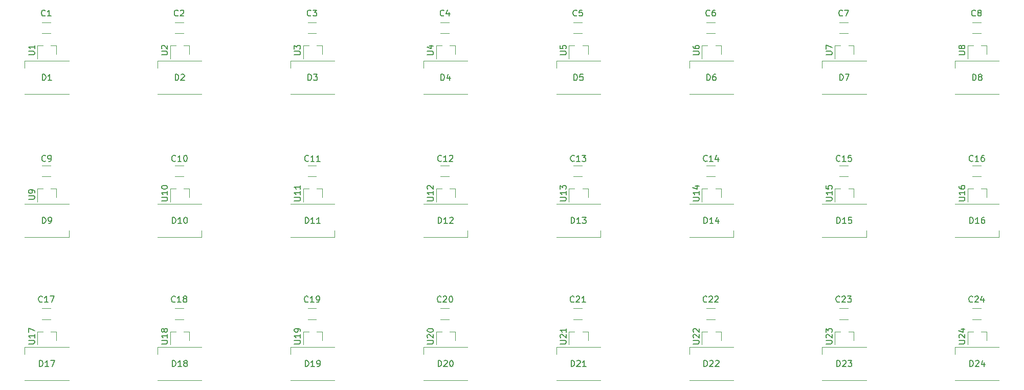
<source format=gbr>
%TF.GenerationSoftware,KiCad,Pcbnew,(6.0.7-1)-1*%
%TF.CreationDate,2022-12-02T15:50:45+01:00*%
%TF.ProjectId,3x8,3378382e-6b69-4636-9164-5f7063625858,rev?*%
%TF.SameCoordinates,Original*%
%TF.FileFunction,Legend,Top*%
%TF.FilePolarity,Positive*%
%FSLAX46Y46*%
G04 Gerber Fmt 4.6, Leading zero omitted, Abs format (unit mm)*
G04 Created by KiCad (PCBNEW (6.0.7-1)-1) date 2022-12-02 15:50:45*
%MOMM*%
%LPD*%
G01*
G04 APERTURE LIST*
%ADD10C,0.150000*%
%ADD11C,0.120000*%
G04 APERTURE END LIST*
D10*
%TO.C,D1*%
X27238105Y-46348781D02*
X27238105Y-45348781D01*
X27476201Y-45348781D01*
X27619058Y-45396401D01*
X27714296Y-45491639D01*
X27761915Y-45586877D01*
X27809534Y-45777353D01*
X27809534Y-45920210D01*
X27761915Y-46110686D01*
X27714296Y-46205924D01*
X27619058Y-46301162D01*
X27476201Y-46348781D01*
X27238105Y-46348781D01*
X28761915Y-46348781D02*
X28190486Y-46348781D01*
X28476201Y-46348781D02*
X28476201Y-45348781D01*
X28380962Y-45491639D01*
X28285724Y-45586877D01*
X28190486Y-45634496D01*
%TO.C,D2*%
X49238105Y-46348781D02*
X49238105Y-45348781D01*
X49476201Y-45348781D01*
X49619058Y-45396401D01*
X49714296Y-45491639D01*
X49761915Y-45586877D01*
X49809534Y-45777353D01*
X49809534Y-45920210D01*
X49761915Y-46110686D01*
X49714296Y-46205924D01*
X49619058Y-46301162D01*
X49476201Y-46348781D01*
X49238105Y-46348781D01*
X50190486Y-45444020D02*
X50238105Y-45396401D01*
X50333343Y-45348781D01*
X50571439Y-45348781D01*
X50666677Y-45396401D01*
X50714296Y-45444020D01*
X50761915Y-45539258D01*
X50761915Y-45634496D01*
X50714296Y-45777353D01*
X50142867Y-46348781D01*
X50761915Y-46348781D01*
%TO.C,D3*%
X71238105Y-46348781D02*
X71238105Y-45348781D01*
X71476201Y-45348781D01*
X71619058Y-45396401D01*
X71714296Y-45491639D01*
X71761915Y-45586877D01*
X71809534Y-45777353D01*
X71809534Y-45920210D01*
X71761915Y-46110686D01*
X71714296Y-46205924D01*
X71619058Y-46301162D01*
X71476201Y-46348781D01*
X71238105Y-46348781D01*
X72142867Y-45348781D02*
X72761915Y-45348781D01*
X72428581Y-45729734D01*
X72571439Y-45729734D01*
X72666677Y-45777353D01*
X72714296Y-45824972D01*
X72761915Y-45920210D01*
X72761915Y-46158305D01*
X72714296Y-46253543D01*
X72666677Y-46301162D01*
X72571439Y-46348781D01*
X72285724Y-46348781D01*
X72190486Y-46301162D01*
X72142867Y-46253543D01*
%TO.C,D4*%
X93238105Y-46348781D02*
X93238105Y-45348781D01*
X93476201Y-45348781D01*
X93619058Y-45396401D01*
X93714296Y-45491639D01*
X93761915Y-45586877D01*
X93809534Y-45777353D01*
X93809534Y-45920210D01*
X93761915Y-46110686D01*
X93714296Y-46205924D01*
X93619058Y-46301162D01*
X93476201Y-46348781D01*
X93238105Y-46348781D01*
X94666677Y-45682115D02*
X94666677Y-46348781D01*
X94428581Y-45301162D02*
X94190486Y-46015448D01*
X94809534Y-46015448D01*
%TO.C,D5*%
X115238105Y-46348781D02*
X115238105Y-45348781D01*
X115476201Y-45348781D01*
X115619058Y-45396401D01*
X115714296Y-45491639D01*
X115761915Y-45586877D01*
X115809534Y-45777353D01*
X115809534Y-45920210D01*
X115761915Y-46110686D01*
X115714296Y-46205924D01*
X115619058Y-46301162D01*
X115476201Y-46348781D01*
X115238105Y-46348781D01*
X116714296Y-45348781D02*
X116238105Y-45348781D01*
X116190486Y-45824972D01*
X116238105Y-45777353D01*
X116333343Y-45729734D01*
X116571439Y-45729734D01*
X116666677Y-45777353D01*
X116714296Y-45824972D01*
X116761915Y-45920210D01*
X116761915Y-46158305D01*
X116714296Y-46253543D01*
X116666677Y-46301162D01*
X116571439Y-46348781D01*
X116333343Y-46348781D01*
X116238105Y-46301162D01*
X116190486Y-46253543D01*
%TO.C,D6*%
X137238105Y-46348781D02*
X137238105Y-45348781D01*
X137476201Y-45348781D01*
X137619058Y-45396401D01*
X137714296Y-45491639D01*
X137761915Y-45586877D01*
X137809534Y-45777353D01*
X137809534Y-45920210D01*
X137761915Y-46110686D01*
X137714296Y-46205924D01*
X137619058Y-46301162D01*
X137476201Y-46348781D01*
X137238105Y-46348781D01*
X138666677Y-45348781D02*
X138476201Y-45348781D01*
X138380962Y-45396401D01*
X138333343Y-45444020D01*
X138238105Y-45586877D01*
X138190486Y-45777353D01*
X138190486Y-46158305D01*
X138238105Y-46253543D01*
X138285724Y-46301162D01*
X138380962Y-46348781D01*
X138571439Y-46348781D01*
X138666677Y-46301162D01*
X138714296Y-46253543D01*
X138761915Y-46158305D01*
X138761915Y-45920210D01*
X138714296Y-45824972D01*
X138666677Y-45777353D01*
X138571439Y-45729734D01*
X138380962Y-45729734D01*
X138285724Y-45777353D01*
X138238105Y-45824972D01*
X138190486Y-45920210D01*
%TO.C,D7*%
X159238105Y-46348781D02*
X159238105Y-45348781D01*
X159476201Y-45348781D01*
X159619058Y-45396401D01*
X159714296Y-45491639D01*
X159761915Y-45586877D01*
X159809534Y-45777353D01*
X159809534Y-45920210D01*
X159761915Y-46110686D01*
X159714296Y-46205924D01*
X159619058Y-46301162D01*
X159476201Y-46348781D01*
X159238105Y-46348781D01*
X160142867Y-45348781D02*
X160809534Y-45348781D01*
X160380962Y-46348781D01*
%TO.C,D8*%
X181238105Y-46348781D02*
X181238105Y-45348781D01*
X181476201Y-45348781D01*
X181619058Y-45396401D01*
X181714296Y-45491639D01*
X181761915Y-45586877D01*
X181809534Y-45777353D01*
X181809534Y-45920210D01*
X181761915Y-46110686D01*
X181714296Y-46205924D01*
X181619058Y-46301162D01*
X181476201Y-46348781D01*
X181238105Y-46348781D01*
X182380962Y-45777353D02*
X182285724Y-45729734D01*
X182238105Y-45682115D01*
X182190486Y-45586877D01*
X182190486Y-45539258D01*
X182238105Y-45444020D01*
X182285724Y-45396401D01*
X182380962Y-45348781D01*
X182571439Y-45348781D01*
X182666677Y-45396401D01*
X182714296Y-45444020D01*
X182761915Y-45539258D01*
X182761915Y-45586877D01*
X182714296Y-45682115D01*
X182666677Y-45729734D01*
X182571439Y-45777353D01*
X182380962Y-45777353D01*
X182285724Y-45824972D01*
X182238105Y-45872591D01*
X182190486Y-45967829D01*
X182190486Y-46158305D01*
X182238105Y-46253543D01*
X182285724Y-46301162D01*
X182380962Y-46348781D01*
X182571439Y-46348781D01*
X182666677Y-46301162D01*
X182714296Y-46253543D01*
X182761915Y-46158305D01*
X182761915Y-45967829D01*
X182714296Y-45872591D01*
X182666677Y-45824972D01*
X182571439Y-45777353D01*
%TO.C,D9*%
X27238105Y-70048781D02*
X27238105Y-69048781D01*
X27476201Y-69048781D01*
X27619058Y-69096401D01*
X27714296Y-69191639D01*
X27761915Y-69286877D01*
X27809534Y-69477353D01*
X27809534Y-69620210D01*
X27761915Y-69810686D01*
X27714296Y-69905924D01*
X27619058Y-70001162D01*
X27476201Y-70048781D01*
X27238105Y-70048781D01*
X28285724Y-70048781D02*
X28476201Y-70048781D01*
X28571439Y-70001162D01*
X28619058Y-69953543D01*
X28714296Y-69810686D01*
X28761915Y-69620210D01*
X28761915Y-69239258D01*
X28714296Y-69144020D01*
X28666677Y-69096401D01*
X28571439Y-69048781D01*
X28380962Y-69048781D01*
X28285724Y-69096401D01*
X28238105Y-69144020D01*
X28190486Y-69239258D01*
X28190486Y-69477353D01*
X28238105Y-69572591D01*
X28285724Y-69620210D01*
X28380962Y-69667829D01*
X28571439Y-69667829D01*
X28666677Y-69620210D01*
X28714296Y-69572591D01*
X28761915Y-69477353D01*
%TO.C,D10*%
X48761915Y-70048781D02*
X48761915Y-69048781D01*
X49000010Y-69048781D01*
X49142867Y-69096401D01*
X49238105Y-69191639D01*
X49285724Y-69286877D01*
X49333343Y-69477353D01*
X49333343Y-69620210D01*
X49285724Y-69810686D01*
X49238105Y-69905924D01*
X49142867Y-70001162D01*
X49000010Y-70048781D01*
X48761915Y-70048781D01*
X50285724Y-70048781D02*
X49714296Y-70048781D01*
X50000010Y-70048781D02*
X50000010Y-69048781D01*
X49904772Y-69191639D01*
X49809534Y-69286877D01*
X49714296Y-69334496D01*
X50904772Y-69048781D02*
X51000010Y-69048781D01*
X51095248Y-69096401D01*
X51142867Y-69144020D01*
X51190486Y-69239258D01*
X51238105Y-69429734D01*
X51238105Y-69667829D01*
X51190486Y-69858305D01*
X51142867Y-69953543D01*
X51095248Y-70001162D01*
X51000010Y-70048781D01*
X50904772Y-70048781D01*
X50809534Y-70001162D01*
X50761915Y-69953543D01*
X50714296Y-69858305D01*
X50666677Y-69667829D01*
X50666677Y-69429734D01*
X50714296Y-69239258D01*
X50761915Y-69144020D01*
X50809534Y-69096401D01*
X50904772Y-69048781D01*
%TO.C,D11*%
X70761915Y-70048781D02*
X70761915Y-69048781D01*
X71000010Y-69048781D01*
X71142867Y-69096401D01*
X71238105Y-69191639D01*
X71285724Y-69286877D01*
X71333343Y-69477353D01*
X71333343Y-69620210D01*
X71285724Y-69810686D01*
X71238105Y-69905924D01*
X71142867Y-70001162D01*
X71000010Y-70048781D01*
X70761915Y-70048781D01*
X72285724Y-70048781D02*
X71714296Y-70048781D01*
X72000010Y-70048781D02*
X72000010Y-69048781D01*
X71904772Y-69191639D01*
X71809534Y-69286877D01*
X71714296Y-69334496D01*
X73238105Y-70048781D02*
X72666677Y-70048781D01*
X72952391Y-70048781D02*
X72952391Y-69048781D01*
X72857153Y-69191639D01*
X72761915Y-69286877D01*
X72666677Y-69334496D01*
%TO.C,D12*%
X92761915Y-70048781D02*
X92761915Y-69048781D01*
X93000010Y-69048781D01*
X93142867Y-69096401D01*
X93238105Y-69191639D01*
X93285724Y-69286877D01*
X93333343Y-69477353D01*
X93333343Y-69620210D01*
X93285724Y-69810686D01*
X93238105Y-69905924D01*
X93142867Y-70001162D01*
X93000010Y-70048781D01*
X92761915Y-70048781D01*
X94285724Y-70048781D02*
X93714296Y-70048781D01*
X94000010Y-70048781D02*
X94000010Y-69048781D01*
X93904772Y-69191639D01*
X93809534Y-69286877D01*
X93714296Y-69334496D01*
X94666677Y-69144020D02*
X94714296Y-69096401D01*
X94809534Y-69048781D01*
X95047629Y-69048781D01*
X95142867Y-69096401D01*
X95190486Y-69144020D01*
X95238105Y-69239258D01*
X95238105Y-69334496D01*
X95190486Y-69477353D01*
X94619058Y-70048781D01*
X95238105Y-70048781D01*
%TO.C,D13*%
X114761915Y-70048781D02*
X114761915Y-69048781D01*
X115000010Y-69048781D01*
X115142867Y-69096401D01*
X115238105Y-69191639D01*
X115285724Y-69286877D01*
X115333343Y-69477353D01*
X115333343Y-69620210D01*
X115285724Y-69810686D01*
X115238105Y-69905924D01*
X115142867Y-70001162D01*
X115000010Y-70048781D01*
X114761915Y-70048781D01*
X116285724Y-70048781D02*
X115714296Y-70048781D01*
X116000010Y-70048781D02*
X116000010Y-69048781D01*
X115904772Y-69191639D01*
X115809534Y-69286877D01*
X115714296Y-69334496D01*
X116619058Y-69048781D02*
X117238105Y-69048781D01*
X116904772Y-69429734D01*
X117047629Y-69429734D01*
X117142867Y-69477353D01*
X117190486Y-69524972D01*
X117238105Y-69620210D01*
X117238105Y-69858305D01*
X117190486Y-69953543D01*
X117142867Y-70001162D01*
X117047629Y-70048781D01*
X116761915Y-70048781D01*
X116666677Y-70001162D01*
X116619058Y-69953543D01*
%TO.C,D14*%
X136761915Y-70048781D02*
X136761915Y-69048781D01*
X137000010Y-69048781D01*
X137142867Y-69096401D01*
X137238105Y-69191639D01*
X137285724Y-69286877D01*
X137333343Y-69477353D01*
X137333343Y-69620210D01*
X137285724Y-69810686D01*
X137238105Y-69905924D01*
X137142867Y-70001162D01*
X137000010Y-70048781D01*
X136761915Y-70048781D01*
X138285724Y-70048781D02*
X137714296Y-70048781D01*
X138000010Y-70048781D02*
X138000010Y-69048781D01*
X137904772Y-69191639D01*
X137809534Y-69286877D01*
X137714296Y-69334496D01*
X139142867Y-69382115D02*
X139142867Y-70048781D01*
X138904772Y-69001162D02*
X138666677Y-69715448D01*
X139285724Y-69715448D01*
%TO.C,D15*%
X158761915Y-70048781D02*
X158761915Y-69048781D01*
X159000010Y-69048781D01*
X159142867Y-69096401D01*
X159238105Y-69191639D01*
X159285724Y-69286877D01*
X159333343Y-69477353D01*
X159333343Y-69620210D01*
X159285724Y-69810686D01*
X159238105Y-69905924D01*
X159142867Y-70001162D01*
X159000010Y-70048781D01*
X158761915Y-70048781D01*
X160285724Y-70048781D02*
X159714296Y-70048781D01*
X160000010Y-70048781D02*
X160000010Y-69048781D01*
X159904772Y-69191639D01*
X159809534Y-69286877D01*
X159714296Y-69334496D01*
X161190486Y-69048781D02*
X160714296Y-69048781D01*
X160666677Y-69524972D01*
X160714296Y-69477353D01*
X160809534Y-69429734D01*
X161047629Y-69429734D01*
X161142867Y-69477353D01*
X161190486Y-69524972D01*
X161238105Y-69620210D01*
X161238105Y-69858305D01*
X161190486Y-69953543D01*
X161142867Y-70001162D01*
X161047629Y-70048781D01*
X160809534Y-70048781D01*
X160714296Y-70001162D01*
X160666677Y-69953543D01*
%TO.C,D16*%
X180761915Y-70048781D02*
X180761915Y-69048781D01*
X181000010Y-69048781D01*
X181142867Y-69096401D01*
X181238105Y-69191639D01*
X181285724Y-69286877D01*
X181333343Y-69477353D01*
X181333343Y-69620210D01*
X181285724Y-69810686D01*
X181238105Y-69905924D01*
X181142867Y-70001162D01*
X181000010Y-70048781D01*
X180761915Y-70048781D01*
X182285724Y-70048781D02*
X181714296Y-70048781D01*
X182000010Y-70048781D02*
X182000010Y-69048781D01*
X181904772Y-69191639D01*
X181809534Y-69286877D01*
X181714296Y-69334496D01*
X183142867Y-69048781D02*
X182952391Y-69048781D01*
X182857153Y-69096401D01*
X182809534Y-69144020D01*
X182714296Y-69286877D01*
X182666677Y-69477353D01*
X182666677Y-69858305D01*
X182714296Y-69953543D01*
X182761915Y-70001162D01*
X182857153Y-70048781D01*
X183047629Y-70048781D01*
X183142867Y-70001162D01*
X183190486Y-69953543D01*
X183238105Y-69858305D01*
X183238105Y-69620210D01*
X183190486Y-69524972D01*
X183142867Y-69477353D01*
X183047629Y-69429734D01*
X182857153Y-69429734D01*
X182761915Y-69477353D01*
X182714296Y-69524972D01*
X182666677Y-69620210D01*
%TO.C,D17*%
X26761915Y-93748781D02*
X26761915Y-92748781D01*
X27000010Y-92748781D01*
X27142867Y-92796401D01*
X27238105Y-92891639D01*
X27285724Y-92986877D01*
X27333343Y-93177353D01*
X27333343Y-93320210D01*
X27285724Y-93510686D01*
X27238105Y-93605924D01*
X27142867Y-93701162D01*
X27000010Y-93748781D01*
X26761915Y-93748781D01*
X28285724Y-93748781D02*
X27714296Y-93748781D01*
X28000010Y-93748781D02*
X28000010Y-92748781D01*
X27904772Y-92891639D01*
X27809534Y-92986877D01*
X27714296Y-93034496D01*
X28619058Y-92748781D02*
X29285724Y-92748781D01*
X28857153Y-93748781D01*
%TO.C,D18*%
X48761915Y-93748781D02*
X48761915Y-92748781D01*
X49000010Y-92748781D01*
X49142867Y-92796401D01*
X49238105Y-92891639D01*
X49285724Y-92986877D01*
X49333343Y-93177353D01*
X49333343Y-93320210D01*
X49285724Y-93510686D01*
X49238105Y-93605924D01*
X49142867Y-93701162D01*
X49000010Y-93748781D01*
X48761915Y-93748781D01*
X50285724Y-93748781D02*
X49714296Y-93748781D01*
X50000010Y-93748781D02*
X50000010Y-92748781D01*
X49904772Y-92891639D01*
X49809534Y-92986877D01*
X49714296Y-93034496D01*
X50857153Y-93177353D02*
X50761915Y-93129734D01*
X50714296Y-93082115D01*
X50666677Y-92986877D01*
X50666677Y-92939258D01*
X50714296Y-92844020D01*
X50761915Y-92796401D01*
X50857153Y-92748781D01*
X51047629Y-92748781D01*
X51142867Y-92796401D01*
X51190486Y-92844020D01*
X51238105Y-92939258D01*
X51238105Y-92986877D01*
X51190486Y-93082115D01*
X51142867Y-93129734D01*
X51047629Y-93177353D01*
X50857153Y-93177353D01*
X50761915Y-93224972D01*
X50714296Y-93272591D01*
X50666677Y-93367829D01*
X50666677Y-93558305D01*
X50714296Y-93653543D01*
X50761915Y-93701162D01*
X50857153Y-93748781D01*
X51047629Y-93748781D01*
X51142867Y-93701162D01*
X51190486Y-93653543D01*
X51238105Y-93558305D01*
X51238105Y-93367829D01*
X51190486Y-93272591D01*
X51142867Y-93224972D01*
X51047629Y-93177353D01*
%TO.C,D19*%
X70761915Y-93748781D02*
X70761915Y-92748781D01*
X71000010Y-92748781D01*
X71142867Y-92796401D01*
X71238105Y-92891639D01*
X71285724Y-92986877D01*
X71333343Y-93177353D01*
X71333343Y-93320210D01*
X71285724Y-93510686D01*
X71238105Y-93605924D01*
X71142867Y-93701162D01*
X71000010Y-93748781D01*
X70761915Y-93748781D01*
X72285724Y-93748781D02*
X71714296Y-93748781D01*
X72000010Y-93748781D02*
X72000010Y-92748781D01*
X71904772Y-92891639D01*
X71809534Y-92986877D01*
X71714296Y-93034496D01*
X72761915Y-93748781D02*
X72952391Y-93748781D01*
X73047629Y-93701162D01*
X73095248Y-93653543D01*
X73190486Y-93510686D01*
X73238105Y-93320210D01*
X73238105Y-92939258D01*
X73190486Y-92844020D01*
X73142867Y-92796401D01*
X73047629Y-92748781D01*
X72857153Y-92748781D01*
X72761915Y-92796401D01*
X72714296Y-92844020D01*
X72666677Y-92939258D01*
X72666677Y-93177353D01*
X72714296Y-93272591D01*
X72761915Y-93320210D01*
X72857153Y-93367829D01*
X73047629Y-93367829D01*
X73142867Y-93320210D01*
X73190486Y-93272591D01*
X73238105Y-93177353D01*
%TO.C,D20*%
X92761915Y-93748781D02*
X92761915Y-92748781D01*
X93000010Y-92748781D01*
X93142867Y-92796401D01*
X93238105Y-92891639D01*
X93285724Y-92986877D01*
X93333343Y-93177353D01*
X93333343Y-93320210D01*
X93285724Y-93510686D01*
X93238105Y-93605924D01*
X93142867Y-93701162D01*
X93000010Y-93748781D01*
X92761915Y-93748781D01*
X93714296Y-92844020D02*
X93761915Y-92796401D01*
X93857153Y-92748781D01*
X94095248Y-92748781D01*
X94190486Y-92796401D01*
X94238105Y-92844020D01*
X94285724Y-92939258D01*
X94285724Y-93034496D01*
X94238105Y-93177353D01*
X93666677Y-93748781D01*
X94285724Y-93748781D01*
X94904772Y-92748781D02*
X95000010Y-92748781D01*
X95095248Y-92796401D01*
X95142867Y-92844020D01*
X95190486Y-92939258D01*
X95238105Y-93129734D01*
X95238105Y-93367829D01*
X95190486Y-93558305D01*
X95142867Y-93653543D01*
X95095248Y-93701162D01*
X95000010Y-93748781D01*
X94904772Y-93748781D01*
X94809534Y-93701162D01*
X94761915Y-93653543D01*
X94714296Y-93558305D01*
X94666677Y-93367829D01*
X94666677Y-93129734D01*
X94714296Y-92939258D01*
X94761915Y-92844020D01*
X94809534Y-92796401D01*
X94904772Y-92748781D01*
%TO.C,D21*%
X114761915Y-93748781D02*
X114761915Y-92748781D01*
X115000010Y-92748781D01*
X115142867Y-92796401D01*
X115238105Y-92891639D01*
X115285724Y-92986877D01*
X115333343Y-93177353D01*
X115333343Y-93320210D01*
X115285724Y-93510686D01*
X115238105Y-93605924D01*
X115142867Y-93701162D01*
X115000010Y-93748781D01*
X114761915Y-93748781D01*
X115714296Y-92844020D02*
X115761915Y-92796401D01*
X115857153Y-92748781D01*
X116095248Y-92748781D01*
X116190486Y-92796401D01*
X116238105Y-92844020D01*
X116285724Y-92939258D01*
X116285724Y-93034496D01*
X116238105Y-93177353D01*
X115666677Y-93748781D01*
X116285724Y-93748781D01*
X117238105Y-93748781D02*
X116666677Y-93748781D01*
X116952391Y-93748781D02*
X116952391Y-92748781D01*
X116857153Y-92891639D01*
X116761915Y-92986877D01*
X116666677Y-93034496D01*
%TO.C,D22*%
X136761915Y-93748781D02*
X136761915Y-92748781D01*
X137000010Y-92748781D01*
X137142867Y-92796401D01*
X137238105Y-92891639D01*
X137285724Y-92986877D01*
X137333343Y-93177353D01*
X137333343Y-93320210D01*
X137285724Y-93510686D01*
X137238105Y-93605924D01*
X137142867Y-93701162D01*
X137000010Y-93748781D01*
X136761915Y-93748781D01*
X137714296Y-92844020D02*
X137761915Y-92796401D01*
X137857153Y-92748781D01*
X138095248Y-92748781D01*
X138190486Y-92796401D01*
X138238105Y-92844020D01*
X138285724Y-92939258D01*
X138285724Y-93034496D01*
X138238105Y-93177353D01*
X137666677Y-93748781D01*
X138285724Y-93748781D01*
X138666677Y-92844020D02*
X138714296Y-92796401D01*
X138809534Y-92748781D01*
X139047629Y-92748781D01*
X139142867Y-92796401D01*
X139190486Y-92844020D01*
X139238105Y-92939258D01*
X139238105Y-93034496D01*
X139190486Y-93177353D01*
X138619058Y-93748781D01*
X139238105Y-93748781D01*
%TO.C,D23*%
X158761915Y-93748781D02*
X158761915Y-92748781D01*
X159000010Y-92748781D01*
X159142867Y-92796401D01*
X159238105Y-92891639D01*
X159285724Y-92986877D01*
X159333343Y-93177353D01*
X159333343Y-93320210D01*
X159285724Y-93510686D01*
X159238105Y-93605924D01*
X159142867Y-93701162D01*
X159000010Y-93748781D01*
X158761915Y-93748781D01*
X159714296Y-92844020D02*
X159761915Y-92796401D01*
X159857153Y-92748781D01*
X160095248Y-92748781D01*
X160190486Y-92796401D01*
X160238105Y-92844020D01*
X160285724Y-92939258D01*
X160285724Y-93034496D01*
X160238105Y-93177353D01*
X159666677Y-93748781D01*
X160285724Y-93748781D01*
X160619058Y-92748781D02*
X161238105Y-92748781D01*
X160904772Y-93129734D01*
X161047629Y-93129734D01*
X161142867Y-93177353D01*
X161190486Y-93224972D01*
X161238105Y-93320210D01*
X161238105Y-93558305D01*
X161190486Y-93653543D01*
X161142867Y-93701162D01*
X161047629Y-93748781D01*
X160761915Y-93748781D01*
X160666677Y-93701162D01*
X160619058Y-93653543D01*
%TO.C,D24*%
X180761915Y-93748781D02*
X180761915Y-92748781D01*
X181000010Y-92748781D01*
X181142867Y-92796401D01*
X181238105Y-92891639D01*
X181285724Y-92986877D01*
X181333343Y-93177353D01*
X181333343Y-93320210D01*
X181285724Y-93510686D01*
X181238105Y-93605924D01*
X181142867Y-93701162D01*
X181000010Y-93748781D01*
X180761915Y-93748781D01*
X181714296Y-92844020D02*
X181761915Y-92796401D01*
X181857153Y-92748781D01*
X182095248Y-92748781D01*
X182190486Y-92796401D01*
X182238105Y-92844020D01*
X182285724Y-92939258D01*
X182285724Y-93034496D01*
X182238105Y-93177353D01*
X181666677Y-93748781D01*
X182285724Y-93748781D01*
X183142867Y-93082115D02*
X183142867Y-93748781D01*
X182904772Y-92701162D02*
X182666677Y-93415448D01*
X183285724Y-93415448D01*
%TO.C,U1*%
X24952380Y-42111904D02*
X25761904Y-42111904D01*
X25857142Y-42064285D01*
X25904761Y-42016666D01*
X25952380Y-41921428D01*
X25952380Y-41730952D01*
X25904761Y-41635714D01*
X25857142Y-41588095D01*
X25761904Y-41540476D01*
X24952380Y-41540476D01*
X25952380Y-40540476D02*
X25952380Y-41111904D01*
X25952380Y-40826190D02*
X24952380Y-40826190D01*
X25095238Y-40921428D01*
X25190476Y-41016666D01*
X25238095Y-41111904D01*
%TO.C,U2*%
X46952380Y-42111904D02*
X47761904Y-42111904D01*
X47857142Y-42064285D01*
X47904761Y-42016666D01*
X47952380Y-41921428D01*
X47952380Y-41730952D01*
X47904761Y-41635714D01*
X47857142Y-41588095D01*
X47761904Y-41540476D01*
X46952380Y-41540476D01*
X47047619Y-41111904D02*
X47000000Y-41064285D01*
X46952380Y-40969047D01*
X46952380Y-40730952D01*
X47000000Y-40635714D01*
X47047619Y-40588095D01*
X47142857Y-40540476D01*
X47238095Y-40540476D01*
X47380952Y-40588095D01*
X47952380Y-41159523D01*
X47952380Y-40540476D01*
%TO.C,U3*%
X68952380Y-42111904D02*
X69761904Y-42111904D01*
X69857142Y-42064285D01*
X69904761Y-42016666D01*
X69952380Y-41921428D01*
X69952380Y-41730952D01*
X69904761Y-41635714D01*
X69857142Y-41588095D01*
X69761904Y-41540476D01*
X68952380Y-41540476D01*
X68952380Y-41159523D02*
X68952380Y-40540476D01*
X69333333Y-40873809D01*
X69333333Y-40730952D01*
X69380952Y-40635714D01*
X69428571Y-40588095D01*
X69523809Y-40540476D01*
X69761904Y-40540476D01*
X69857142Y-40588095D01*
X69904761Y-40635714D01*
X69952380Y-40730952D01*
X69952380Y-41016666D01*
X69904761Y-41111904D01*
X69857142Y-41159523D01*
%TO.C,U4*%
X90952380Y-42111904D02*
X91761904Y-42111904D01*
X91857142Y-42064285D01*
X91904761Y-42016666D01*
X91952380Y-41921428D01*
X91952380Y-41730952D01*
X91904761Y-41635714D01*
X91857142Y-41588095D01*
X91761904Y-41540476D01*
X90952380Y-41540476D01*
X91285714Y-40635714D02*
X91952380Y-40635714D01*
X90904761Y-40873809D02*
X91619047Y-41111904D01*
X91619047Y-40492857D01*
%TO.C,U5*%
X112952380Y-42111904D02*
X113761904Y-42111904D01*
X113857142Y-42064285D01*
X113904761Y-42016666D01*
X113952380Y-41921428D01*
X113952380Y-41730952D01*
X113904761Y-41635714D01*
X113857142Y-41588095D01*
X113761904Y-41540476D01*
X112952380Y-41540476D01*
X112952380Y-40588095D02*
X112952380Y-41064285D01*
X113428571Y-41111904D01*
X113380952Y-41064285D01*
X113333333Y-40969047D01*
X113333333Y-40730952D01*
X113380952Y-40635714D01*
X113428571Y-40588095D01*
X113523809Y-40540476D01*
X113761904Y-40540476D01*
X113857142Y-40588095D01*
X113904761Y-40635714D01*
X113952380Y-40730952D01*
X113952380Y-40969047D01*
X113904761Y-41064285D01*
X113857142Y-41111904D01*
%TO.C,U6*%
X134952380Y-42111904D02*
X135761904Y-42111904D01*
X135857142Y-42064285D01*
X135904761Y-42016666D01*
X135952380Y-41921428D01*
X135952380Y-41730952D01*
X135904761Y-41635714D01*
X135857142Y-41588095D01*
X135761904Y-41540476D01*
X134952380Y-41540476D01*
X134952380Y-40635714D02*
X134952380Y-40826190D01*
X135000000Y-40921428D01*
X135047619Y-40969047D01*
X135190476Y-41064285D01*
X135380952Y-41111904D01*
X135761904Y-41111904D01*
X135857142Y-41064285D01*
X135904761Y-41016666D01*
X135952380Y-40921428D01*
X135952380Y-40730952D01*
X135904761Y-40635714D01*
X135857142Y-40588095D01*
X135761904Y-40540476D01*
X135523809Y-40540476D01*
X135428571Y-40588095D01*
X135380952Y-40635714D01*
X135333333Y-40730952D01*
X135333333Y-40921428D01*
X135380952Y-41016666D01*
X135428571Y-41064285D01*
X135523809Y-41111904D01*
%TO.C,U7*%
X156952380Y-42111904D02*
X157761904Y-42111904D01*
X157857142Y-42064285D01*
X157904761Y-42016666D01*
X157952380Y-41921428D01*
X157952380Y-41730952D01*
X157904761Y-41635714D01*
X157857142Y-41588095D01*
X157761904Y-41540476D01*
X156952380Y-41540476D01*
X156952380Y-41159523D02*
X156952380Y-40492857D01*
X157952380Y-40921428D01*
%TO.C,U8*%
X178952380Y-42111904D02*
X179761904Y-42111904D01*
X179857142Y-42064285D01*
X179904761Y-42016666D01*
X179952380Y-41921428D01*
X179952380Y-41730952D01*
X179904761Y-41635714D01*
X179857142Y-41588095D01*
X179761904Y-41540476D01*
X178952380Y-41540476D01*
X179380952Y-40921428D02*
X179333333Y-41016666D01*
X179285714Y-41064285D01*
X179190476Y-41111904D01*
X179142857Y-41111904D01*
X179047619Y-41064285D01*
X179000000Y-41016666D01*
X178952380Y-40921428D01*
X178952380Y-40730952D01*
X179000000Y-40635714D01*
X179047619Y-40588095D01*
X179142857Y-40540476D01*
X179190476Y-40540476D01*
X179285714Y-40588095D01*
X179333333Y-40635714D01*
X179380952Y-40730952D01*
X179380952Y-40921428D01*
X179428571Y-41016666D01*
X179476190Y-41064285D01*
X179571428Y-41111904D01*
X179761904Y-41111904D01*
X179857142Y-41064285D01*
X179904761Y-41016666D01*
X179952380Y-40921428D01*
X179952380Y-40730952D01*
X179904761Y-40635714D01*
X179857142Y-40588095D01*
X179761904Y-40540476D01*
X179571428Y-40540476D01*
X179476190Y-40588095D01*
X179428571Y-40635714D01*
X179380952Y-40730952D01*
%TO.C,U9*%
X24962380Y-66031904D02*
X25771904Y-66031904D01*
X25867142Y-65984285D01*
X25914761Y-65936666D01*
X25962380Y-65841428D01*
X25962380Y-65650952D01*
X25914761Y-65555714D01*
X25867142Y-65508095D01*
X25771904Y-65460476D01*
X24962380Y-65460476D01*
X25962380Y-64936666D02*
X25962380Y-64746190D01*
X25914761Y-64650952D01*
X25867142Y-64603333D01*
X25724285Y-64508095D01*
X25533809Y-64460476D01*
X25152857Y-64460476D01*
X25057619Y-64508095D01*
X25010000Y-64555714D01*
X24962380Y-64650952D01*
X24962380Y-64841428D01*
X25010000Y-64936666D01*
X25057619Y-64984285D01*
X25152857Y-65031904D01*
X25390952Y-65031904D01*
X25486190Y-64984285D01*
X25533809Y-64936666D01*
X25581428Y-64841428D01*
X25581428Y-64650952D01*
X25533809Y-64555714D01*
X25486190Y-64508095D01*
X25390952Y-64460476D01*
%TO.C,U10*%
X46952380Y-66288095D02*
X47761904Y-66288095D01*
X47857142Y-66240476D01*
X47904761Y-66192857D01*
X47952380Y-66097619D01*
X47952380Y-65907142D01*
X47904761Y-65811904D01*
X47857142Y-65764285D01*
X47761904Y-65716666D01*
X46952380Y-65716666D01*
X47952380Y-64716666D02*
X47952380Y-65288095D01*
X47952380Y-65002380D02*
X46952380Y-65002380D01*
X47095238Y-65097619D01*
X47190476Y-65192857D01*
X47238095Y-65288095D01*
X46952380Y-64097619D02*
X46952380Y-64002380D01*
X47000000Y-63907142D01*
X47047619Y-63859523D01*
X47142857Y-63811904D01*
X47333333Y-63764285D01*
X47571428Y-63764285D01*
X47761904Y-63811904D01*
X47857142Y-63859523D01*
X47904761Y-63907142D01*
X47952380Y-64002380D01*
X47952380Y-64097619D01*
X47904761Y-64192857D01*
X47857142Y-64240476D01*
X47761904Y-64288095D01*
X47571428Y-64335714D01*
X47333333Y-64335714D01*
X47142857Y-64288095D01*
X47047619Y-64240476D01*
X47000000Y-64192857D01*
X46952380Y-64097619D01*
%TO.C,U11*%
X68952380Y-66288095D02*
X69761904Y-66288095D01*
X69857142Y-66240476D01*
X69904761Y-66192857D01*
X69952380Y-66097619D01*
X69952380Y-65907142D01*
X69904761Y-65811904D01*
X69857142Y-65764285D01*
X69761904Y-65716666D01*
X68952380Y-65716666D01*
X69952380Y-64716666D02*
X69952380Y-65288095D01*
X69952380Y-65002380D02*
X68952380Y-65002380D01*
X69095238Y-65097619D01*
X69190476Y-65192857D01*
X69238095Y-65288095D01*
X69952380Y-63764285D02*
X69952380Y-64335714D01*
X69952380Y-64050000D02*
X68952380Y-64050000D01*
X69095238Y-64145238D01*
X69190476Y-64240476D01*
X69238095Y-64335714D01*
%TO.C,U12*%
X90952380Y-66288095D02*
X91761904Y-66288095D01*
X91857142Y-66240476D01*
X91904761Y-66192857D01*
X91952380Y-66097619D01*
X91952380Y-65907142D01*
X91904761Y-65811904D01*
X91857142Y-65764285D01*
X91761904Y-65716666D01*
X90952380Y-65716666D01*
X91952380Y-64716666D02*
X91952380Y-65288095D01*
X91952380Y-65002380D02*
X90952380Y-65002380D01*
X91095238Y-65097619D01*
X91190476Y-65192857D01*
X91238095Y-65288095D01*
X91047619Y-64335714D02*
X91000000Y-64288095D01*
X90952380Y-64192857D01*
X90952380Y-63954761D01*
X91000000Y-63859523D01*
X91047619Y-63811904D01*
X91142857Y-63764285D01*
X91238095Y-63764285D01*
X91380952Y-63811904D01*
X91952380Y-64383333D01*
X91952380Y-63764285D01*
%TO.C,U13*%
X112952380Y-66288095D02*
X113761904Y-66288095D01*
X113857142Y-66240476D01*
X113904761Y-66192857D01*
X113952380Y-66097619D01*
X113952380Y-65907142D01*
X113904761Y-65811904D01*
X113857142Y-65764285D01*
X113761904Y-65716666D01*
X112952380Y-65716666D01*
X113952380Y-64716666D02*
X113952380Y-65288095D01*
X113952380Y-65002380D02*
X112952380Y-65002380D01*
X113095238Y-65097619D01*
X113190476Y-65192857D01*
X113238095Y-65288095D01*
X112952380Y-64383333D02*
X112952380Y-63764285D01*
X113333333Y-64097619D01*
X113333333Y-63954761D01*
X113380952Y-63859523D01*
X113428571Y-63811904D01*
X113523809Y-63764285D01*
X113761904Y-63764285D01*
X113857142Y-63811904D01*
X113904761Y-63859523D01*
X113952380Y-63954761D01*
X113952380Y-64240476D01*
X113904761Y-64335714D01*
X113857142Y-64383333D01*
%TO.C,U14*%
X134952380Y-66288095D02*
X135761904Y-66288095D01*
X135857142Y-66240476D01*
X135904761Y-66192857D01*
X135952380Y-66097619D01*
X135952380Y-65907142D01*
X135904761Y-65811904D01*
X135857142Y-65764285D01*
X135761904Y-65716666D01*
X134952380Y-65716666D01*
X135952380Y-64716666D02*
X135952380Y-65288095D01*
X135952380Y-65002380D02*
X134952380Y-65002380D01*
X135095238Y-65097619D01*
X135190476Y-65192857D01*
X135238095Y-65288095D01*
X135285714Y-63859523D02*
X135952380Y-63859523D01*
X134904761Y-64097619D02*
X135619047Y-64335714D01*
X135619047Y-63716666D01*
%TO.C,U15*%
X156952380Y-66288095D02*
X157761904Y-66288095D01*
X157857142Y-66240476D01*
X157904761Y-66192857D01*
X157952380Y-66097619D01*
X157952380Y-65907142D01*
X157904761Y-65811904D01*
X157857142Y-65764285D01*
X157761904Y-65716666D01*
X156952380Y-65716666D01*
X157952380Y-64716666D02*
X157952380Y-65288095D01*
X157952380Y-65002380D02*
X156952380Y-65002380D01*
X157095238Y-65097619D01*
X157190476Y-65192857D01*
X157238095Y-65288095D01*
X156952380Y-63811904D02*
X156952380Y-64288095D01*
X157428571Y-64335714D01*
X157380952Y-64288095D01*
X157333333Y-64192857D01*
X157333333Y-63954761D01*
X157380952Y-63859523D01*
X157428571Y-63811904D01*
X157523809Y-63764285D01*
X157761904Y-63764285D01*
X157857142Y-63811904D01*
X157904761Y-63859523D01*
X157952380Y-63954761D01*
X157952380Y-64192857D01*
X157904761Y-64288095D01*
X157857142Y-64335714D01*
%TO.C,U16*%
X178952380Y-66288095D02*
X179761904Y-66288095D01*
X179857142Y-66240476D01*
X179904761Y-66192857D01*
X179952380Y-66097619D01*
X179952380Y-65907142D01*
X179904761Y-65811904D01*
X179857142Y-65764285D01*
X179761904Y-65716666D01*
X178952380Y-65716666D01*
X179952380Y-64716666D02*
X179952380Y-65288095D01*
X179952380Y-65002380D02*
X178952380Y-65002380D01*
X179095238Y-65097619D01*
X179190476Y-65192857D01*
X179238095Y-65288095D01*
X178952380Y-63859523D02*
X178952380Y-64050000D01*
X179000000Y-64145238D01*
X179047619Y-64192857D01*
X179190476Y-64288095D01*
X179380952Y-64335714D01*
X179761904Y-64335714D01*
X179857142Y-64288095D01*
X179904761Y-64240476D01*
X179952380Y-64145238D01*
X179952380Y-63954761D01*
X179904761Y-63859523D01*
X179857142Y-63811904D01*
X179761904Y-63764285D01*
X179523809Y-63764285D01*
X179428571Y-63811904D01*
X179380952Y-63859523D01*
X179333333Y-63954761D01*
X179333333Y-64145238D01*
X179380952Y-64240476D01*
X179428571Y-64288095D01*
X179523809Y-64335714D01*
%TO.C,U17*%
X24952380Y-89988095D02*
X25761904Y-89988095D01*
X25857142Y-89940476D01*
X25904761Y-89892857D01*
X25952380Y-89797619D01*
X25952380Y-89607142D01*
X25904761Y-89511904D01*
X25857142Y-89464285D01*
X25761904Y-89416666D01*
X24952380Y-89416666D01*
X25952380Y-88416666D02*
X25952380Y-88988095D01*
X25952380Y-88702380D02*
X24952380Y-88702380D01*
X25095238Y-88797619D01*
X25190476Y-88892857D01*
X25238095Y-88988095D01*
X24952380Y-88083333D02*
X24952380Y-87416666D01*
X25952380Y-87845238D01*
%TO.C,U18*%
X46952380Y-89988095D02*
X47761904Y-89988095D01*
X47857142Y-89940476D01*
X47904761Y-89892857D01*
X47952380Y-89797619D01*
X47952380Y-89607142D01*
X47904761Y-89511904D01*
X47857142Y-89464285D01*
X47761904Y-89416666D01*
X46952380Y-89416666D01*
X47952380Y-88416666D02*
X47952380Y-88988095D01*
X47952380Y-88702380D02*
X46952380Y-88702380D01*
X47095238Y-88797619D01*
X47190476Y-88892857D01*
X47238095Y-88988095D01*
X47380952Y-87845238D02*
X47333333Y-87940476D01*
X47285714Y-87988095D01*
X47190476Y-88035714D01*
X47142857Y-88035714D01*
X47047619Y-87988095D01*
X47000000Y-87940476D01*
X46952380Y-87845238D01*
X46952380Y-87654761D01*
X47000000Y-87559523D01*
X47047619Y-87511904D01*
X47142857Y-87464285D01*
X47190476Y-87464285D01*
X47285714Y-87511904D01*
X47333333Y-87559523D01*
X47380952Y-87654761D01*
X47380952Y-87845238D01*
X47428571Y-87940476D01*
X47476190Y-87988095D01*
X47571428Y-88035714D01*
X47761904Y-88035714D01*
X47857142Y-87988095D01*
X47904761Y-87940476D01*
X47952380Y-87845238D01*
X47952380Y-87654761D01*
X47904761Y-87559523D01*
X47857142Y-87511904D01*
X47761904Y-87464285D01*
X47571428Y-87464285D01*
X47476190Y-87511904D01*
X47428571Y-87559523D01*
X47380952Y-87654761D01*
%TO.C,U19*%
X68952380Y-89988095D02*
X69761904Y-89988095D01*
X69857142Y-89940476D01*
X69904761Y-89892857D01*
X69952380Y-89797619D01*
X69952380Y-89607142D01*
X69904761Y-89511904D01*
X69857142Y-89464285D01*
X69761904Y-89416666D01*
X68952380Y-89416666D01*
X69952380Y-88416666D02*
X69952380Y-88988095D01*
X69952380Y-88702380D02*
X68952380Y-88702380D01*
X69095238Y-88797619D01*
X69190476Y-88892857D01*
X69238095Y-88988095D01*
X69952380Y-87940476D02*
X69952380Y-87750000D01*
X69904761Y-87654761D01*
X69857142Y-87607142D01*
X69714285Y-87511904D01*
X69523809Y-87464285D01*
X69142857Y-87464285D01*
X69047619Y-87511904D01*
X69000000Y-87559523D01*
X68952380Y-87654761D01*
X68952380Y-87845238D01*
X69000000Y-87940476D01*
X69047619Y-87988095D01*
X69142857Y-88035714D01*
X69380952Y-88035714D01*
X69476190Y-87988095D01*
X69523809Y-87940476D01*
X69571428Y-87845238D01*
X69571428Y-87654761D01*
X69523809Y-87559523D01*
X69476190Y-87511904D01*
X69380952Y-87464285D01*
%TO.C,U20*%
X90952380Y-89988095D02*
X91761904Y-89988095D01*
X91857142Y-89940476D01*
X91904761Y-89892857D01*
X91952380Y-89797619D01*
X91952380Y-89607142D01*
X91904761Y-89511904D01*
X91857142Y-89464285D01*
X91761904Y-89416666D01*
X90952380Y-89416666D01*
X91047619Y-88988095D02*
X91000000Y-88940476D01*
X90952380Y-88845238D01*
X90952380Y-88607142D01*
X91000000Y-88511904D01*
X91047619Y-88464285D01*
X91142857Y-88416666D01*
X91238095Y-88416666D01*
X91380952Y-88464285D01*
X91952380Y-89035714D01*
X91952380Y-88416666D01*
X90952380Y-87797619D02*
X90952380Y-87702380D01*
X91000000Y-87607142D01*
X91047619Y-87559523D01*
X91142857Y-87511904D01*
X91333333Y-87464285D01*
X91571428Y-87464285D01*
X91761904Y-87511904D01*
X91857142Y-87559523D01*
X91904761Y-87607142D01*
X91952380Y-87702380D01*
X91952380Y-87797619D01*
X91904761Y-87892857D01*
X91857142Y-87940476D01*
X91761904Y-87988095D01*
X91571428Y-88035714D01*
X91333333Y-88035714D01*
X91142857Y-87988095D01*
X91047619Y-87940476D01*
X91000000Y-87892857D01*
X90952380Y-87797619D01*
%TO.C,U21*%
X112952380Y-89988095D02*
X113761904Y-89988095D01*
X113857142Y-89940476D01*
X113904761Y-89892857D01*
X113952380Y-89797619D01*
X113952380Y-89607142D01*
X113904761Y-89511904D01*
X113857142Y-89464285D01*
X113761904Y-89416666D01*
X112952380Y-89416666D01*
X113047619Y-88988095D02*
X113000000Y-88940476D01*
X112952380Y-88845238D01*
X112952380Y-88607142D01*
X113000000Y-88511904D01*
X113047619Y-88464285D01*
X113142857Y-88416666D01*
X113238095Y-88416666D01*
X113380952Y-88464285D01*
X113952380Y-89035714D01*
X113952380Y-88416666D01*
X113952380Y-87464285D02*
X113952380Y-88035714D01*
X113952380Y-87750000D02*
X112952380Y-87750000D01*
X113095238Y-87845238D01*
X113190476Y-87940476D01*
X113238095Y-88035714D01*
%TO.C,U22*%
X134952380Y-89988095D02*
X135761904Y-89988095D01*
X135857142Y-89940476D01*
X135904761Y-89892857D01*
X135952380Y-89797619D01*
X135952380Y-89607142D01*
X135904761Y-89511904D01*
X135857142Y-89464285D01*
X135761904Y-89416666D01*
X134952380Y-89416666D01*
X135047619Y-88988095D02*
X135000000Y-88940476D01*
X134952380Y-88845238D01*
X134952380Y-88607142D01*
X135000000Y-88511904D01*
X135047619Y-88464285D01*
X135142857Y-88416666D01*
X135238095Y-88416666D01*
X135380952Y-88464285D01*
X135952380Y-89035714D01*
X135952380Y-88416666D01*
X135047619Y-88035714D02*
X135000000Y-87988095D01*
X134952380Y-87892857D01*
X134952380Y-87654761D01*
X135000000Y-87559523D01*
X135047619Y-87511904D01*
X135142857Y-87464285D01*
X135238095Y-87464285D01*
X135380952Y-87511904D01*
X135952380Y-88083333D01*
X135952380Y-87464285D01*
%TO.C,U23*%
X156952380Y-89988095D02*
X157761904Y-89988095D01*
X157857142Y-89940476D01*
X157904761Y-89892857D01*
X157952380Y-89797619D01*
X157952380Y-89607142D01*
X157904761Y-89511904D01*
X157857142Y-89464285D01*
X157761904Y-89416666D01*
X156952380Y-89416666D01*
X157047619Y-88988095D02*
X157000000Y-88940476D01*
X156952380Y-88845238D01*
X156952380Y-88607142D01*
X157000000Y-88511904D01*
X157047619Y-88464285D01*
X157142857Y-88416666D01*
X157238095Y-88416666D01*
X157380952Y-88464285D01*
X157952380Y-89035714D01*
X157952380Y-88416666D01*
X156952380Y-88083333D02*
X156952380Y-87464285D01*
X157333333Y-87797619D01*
X157333333Y-87654761D01*
X157380952Y-87559523D01*
X157428571Y-87511904D01*
X157523809Y-87464285D01*
X157761904Y-87464285D01*
X157857142Y-87511904D01*
X157904761Y-87559523D01*
X157952380Y-87654761D01*
X157952380Y-87940476D01*
X157904761Y-88035714D01*
X157857142Y-88083333D01*
%TO.C,U24*%
X178952380Y-89988095D02*
X179761904Y-89988095D01*
X179857142Y-89940476D01*
X179904761Y-89892857D01*
X179952380Y-89797619D01*
X179952380Y-89607142D01*
X179904761Y-89511904D01*
X179857142Y-89464285D01*
X179761904Y-89416666D01*
X178952380Y-89416666D01*
X179047619Y-88988095D02*
X179000000Y-88940476D01*
X178952380Y-88845238D01*
X178952380Y-88607142D01*
X179000000Y-88511904D01*
X179047619Y-88464285D01*
X179142857Y-88416666D01*
X179238095Y-88416666D01*
X179380952Y-88464285D01*
X179952380Y-89035714D01*
X179952380Y-88416666D01*
X179285714Y-87559523D02*
X179952380Y-87559523D01*
X178904761Y-87797619D02*
X179619047Y-88035714D01*
X179619047Y-87416666D01*
%TO.C,C1*%
X27710133Y-35607142D02*
X27662514Y-35654761D01*
X27519657Y-35702380D01*
X27424419Y-35702380D01*
X27281561Y-35654761D01*
X27186323Y-35559523D01*
X27138704Y-35464285D01*
X27091085Y-35273809D01*
X27091085Y-35130952D01*
X27138704Y-34940476D01*
X27186323Y-34845238D01*
X27281561Y-34750000D01*
X27424419Y-34702380D01*
X27519657Y-34702380D01*
X27662514Y-34750000D01*
X27710133Y-34797619D01*
X28662514Y-35702380D02*
X28091085Y-35702380D01*
X28376800Y-35702380D02*
X28376800Y-34702380D01*
X28281561Y-34845238D01*
X28186323Y-34940476D01*
X28091085Y-34988095D01*
%TO.C,C5*%
X115710133Y-35607142D02*
X115662514Y-35654761D01*
X115519657Y-35702380D01*
X115424419Y-35702380D01*
X115281561Y-35654761D01*
X115186323Y-35559523D01*
X115138704Y-35464285D01*
X115091085Y-35273809D01*
X115091085Y-35130952D01*
X115138704Y-34940476D01*
X115186323Y-34845238D01*
X115281561Y-34750000D01*
X115424419Y-34702380D01*
X115519657Y-34702380D01*
X115662514Y-34750000D01*
X115710133Y-34797619D01*
X116614895Y-34702380D02*
X116138704Y-34702380D01*
X116091085Y-35178571D01*
X116138704Y-35130952D01*
X116233942Y-35083333D01*
X116472038Y-35083333D01*
X116567276Y-35130952D01*
X116614895Y-35178571D01*
X116662514Y-35273809D01*
X116662514Y-35511904D01*
X116614895Y-35607142D01*
X116567276Y-35654761D01*
X116472038Y-35702380D01*
X116233942Y-35702380D01*
X116138704Y-35654761D01*
X116091085Y-35607142D01*
%TO.C,C6*%
X137710133Y-35607142D02*
X137662514Y-35654761D01*
X137519657Y-35702380D01*
X137424419Y-35702380D01*
X137281561Y-35654761D01*
X137186323Y-35559523D01*
X137138704Y-35464285D01*
X137091085Y-35273809D01*
X137091085Y-35130952D01*
X137138704Y-34940476D01*
X137186323Y-34845238D01*
X137281561Y-34750000D01*
X137424419Y-34702380D01*
X137519657Y-34702380D01*
X137662514Y-34750000D01*
X137710133Y-34797619D01*
X138567276Y-34702380D02*
X138376800Y-34702380D01*
X138281561Y-34750000D01*
X138233942Y-34797619D01*
X138138704Y-34940476D01*
X138091085Y-35130952D01*
X138091085Y-35511904D01*
X138138704Y-35607142D01*
X138186323Y-35654761D01*
X138281561Y-35702380D01*
X138472038Y-35702380D01*
X138567276Y-35654761D01*
X138614895Y-35607142D01*
X138662514Y-35511904D01*
X138662514Y-35273809D01*
X138614895Y-35178571D01*
X138567276Y-35130952D01*
X138472038Y-35083333D01*
X138281561Y-35083333D01*
X138186323Y-35130952D01*
X138138704Y-35178571D01*
X138091085Y-35273809D01*
%TO.C,C22*%
X137233942Y-83007142D02*
X137186323Y-83054761D01*
X137043466Y-83102380D01*
X136948228Y-83102380D01*
X136805371Y-83054761D01*
X136710133Y-82959523D01*
X136662514Y-82864285D01*
X136614895Y-82673809D01*
X136614895Y-82530952D01*
X136662514Y-82340476D01*
X136710133Y-82245238D01*
X136805371Y-82150000D01*
X136948228Y-82102380D01*
X137043466Y-82102380D01*
X137186323Y-82150000D01*
X137233942Y-82197619D01*
X137614895Y-82197619D02*
X137662514Y-82150000D01*
X137757752Y-82102380D01*
X137995847Y-82102380D01*
X138091085Y-82150000D01*
X138138704Y-82197619D01*
X138186323Y-82292857D01*
X138186323Y-82388095D01*
X138138704Y-82530952D01*
X137567276Y-83102380D01*
X138186323Y-83102380D01*
X138567276Y-82197619D02*
X138614895Y-82150000D01*
X138710133Y-82102380D01*
X138948228Y-82102380D01*
X139043466Y-82150000D01*
X139091085Y-82197619D01*
X139138704Y-82292857D01*
X139138704Y-82388095D01*
X139091085Y-82530952D01*
X138519657Y-83102380D01*
X139138704Y-83102380D01*
%TO.C,C19*%
X71233942Y-83007142D02*
X71186323Y-83054761D01*
X71043466Y-83102380D01*
X70948228Y-83102380D01*
X70805371Y-83054761D01*
X70710133Y-82959523D01*
X70662514Y-82864285D01*
X70614895Y-82673809D01*
X70614895Y-82530952D01*
X70662514Y-82340476D01*
X70710133Y-82245238D01*
X70805371Y-82150000D01*
X70948228Y-82102380D01*
X71043466Y-82102380D01*
X71186323Y-82150000D01*
X71233942Y-82197619D01*
X72186323Y-83102380D02*
X71614895Y-83102380D01*
X71900609Y-83102380D02*
X71900609Y-82102380D01*
X71805371Y-82245238D01*
X71710133Y-82340476D01*
X71614895Y-82388095D01*
X72662514Y-83102380D02*
X72852990Y-83102380D01*
X72948228Y-83054761D01*
X72995847Y-83007142D01*
X73091085Y-82864285D01*
X73138704Y-82673809D01*
X73138704Y-82292857D01*
X73091085Y-82197619D01*
X73043466Y-82150000D01*
X72948228Y-82102380D01*
X72757752Y-82102380D01*
X72662514Y-82150000D01*
X72614895Y-82197619D01*
X72567276Y-82292857D01*
X72567276Y-82530952D01*
X72614895Y-82626190D01*
X72662514Y-82673809D01*
X72757752Y-82721428D01*
X72948228Y-82721428D01*
X73043466Y-82673809D01*
X73091085Y-82626190D01*
X73138704Y-82530952D01*
%TO.C,C20*%
X93233942Y-83007142D02*
X93186323Y-83054761D01*
X93043466Y-83102380D01*
X92948228Y-83102380D01*
X92805371Y-83054761D01*
X92710133Y-82959523D01*
X92662514Y-82864285D01*
X92614895Y-82673809D01*
X92614895Y-82530952D01*
X92662514Y-82340476D01*
X92710133Y-82245238D01*
X92805371Y-82150000D01*
X92948228Y-82102380D01*
X93043466Y-82102380D01*
X93186323Y-82150000D01*
X93233942Y-82197619D01*
X93614895Y-82197619D02*
X93662514Y-82150000D01*
X93757752Y-82102380D01*
X93995847Y-82102380D01*
X94091085Y-82150000D01*
X94138704Y-82197619D01*
X94186323Y-82292857D01*
X94186323Y-82388095D01*
X94138704Y-82530952D01*
X93567276Y-83102380D01*
X94186323Y-83102380D01*
X94805371Y-82102380D02*
X94900609Y-82102380D01*
X94995847Y-82150000D01*
X95043466Y-82197619D01*
X95091085Y-82292857D01*
X95138704Y-82483333D01*
X95138704Y-82721428D01*
X95091085Y-82911904D01*
X95043466Y-83007142D01*
X94995847Y-83054761D01*
X94900609Y-83102380D01*
X94805371Y-83102380D01*
X94710133Y-83054761D01*
X94662514Y-83007142D01*
X94614895Y-82911904D01*
X94567276Y-82721428D01*
X94567276Y-82483333D01*
X94614895Y-82292857D01*
X94662514Y-82197619D01*
X94710133Y-82150000D01*
X94805371Y-82102380D01*
%TO.C,C18*%
X49233942Y-83007142D02*
X49186323Y-83054761D01*
X49043466Y-83102380D01*
X48948228Y-83102380D01*
X48805371Y-83054761D01*
X48710133Y-82959523D01*
X48662514Y-82864285D01*
X48614895Y-82673809D01*
X48614895Y-82530952D01*
X48662514Y-82340476D01*
X48710133Y-82245238D01*
X48805371Y-82150000D01*
X48948228Y-82102380D01*
X49043466Y-82102380D01*
X49186323Y-82150000D01*
X49233942Y-82197619D01*
X50186323Y-83102380D02*
X49614895Y-83102380D01*
X49900609Y-83102380D02*
X49900609Y-82102380D01*
X49805371Y-82245238D01*
X49710133Y-82340476D01*
X49614895Y-82388095D01*
X50757752Y-82530952D02*
X50662514Y-82483333D01*
X50614895Y-82435714D01*
X50567276Y-82340476D01*
X50567276Y-82292857D01*
X50614895Y-82197619D01*
X50662514Y-82150000D01*
X50757752Y-82102380D01*
X50948228Y-82102380D01*
X51043466Y-82150000D01*
X51091085Y-82197619D01*
X51138704Y-82292857D01*
X51138704Y-82340476D01*
X51091085Y-82435714D01*
X51043466Y-82483333D01*
X50948228Y-82530952D01*
X50757752Y-82530952D01*
X50662514Y-82578571D01*
X50614895Y-82626190D01*
X50567276Y-82721428D01*
X50567276Y-82911904D01*
X50614895Y-83007142D01*
X50662514Y-83054761D01*
X50757752Y-83102380D01*
X50948228Y-83102380D01*
X51043466Y-83054761D01*
X51091085Y-83007142D01*
X51138704Y-82911904D01*
X51138704Y-82721428D01*
X51091085Y-82626190D01*
X51043466Y-82578571D01*
X50948228Y-82530952D01*
%TO.C,C24*%
X181233942Y-83007142D02*
X181186323Y-83054761D01*
X181043466Y-83102380D01*
X180948228Y-83102380D01*
X180805371Y-83054761D01*
X180710133Y-82959523D01*
X180662514Y-82864285D01*
X180614895Y-82673809D01*
X180614895Y-82530952D01*
X180662514Y-82340476D01*
X180710133Y-82245238D01*
X180805371Y-82150000D01*
X180948228Y-82102380D01*
X181043466Y-82102380D01*
X181186323Y-82150000D01*
X181233942Y-82197619D01*
X181614895Y-82197619D02*
X181662514Y-82150000D01*
X181757752Y-82102380D01*
X181995847Y-82102380D01*
X182091085Y-82150000D01*
X182138704Y-82197619D01*
X182186323Y-82292857D01*
X182186323Y-82388095D01*
X182138704Y-82530952D01*
X181567276Y-83102380D01*
X182186323Y-83102380D01*
X183043466Y-82435714D02*
X183043466Y-83102380D01*
X182805371Y-82054761D02*
X182567276Y-82769047D01*
X183186323Y-82769047D01*
%TO.C,C17*%
X27233942Y-83007142D02*
X27186323Y-83054761D01*
X27043466Y-83102380D01*
X26948228Y-83102380D01*
X26805371Y-83054761D01*
X26710133Y-82959523D01*
X26662514Y-82864285D01*
X26614895Y-82673809D01*
X26614895Y-82530952D01*
X26662514Y-82340476D01*
X26710133Y-82245238D01*
X26805371Y-82150000D01*
X26948228Y-82102380D01*
X27043466Y-82102380D01*
X27186323Y-82150000D01*
X27233942Y-82197619D01*
X28186323Y-83102380D02*
X27614895Y-83102380D01*
X27900609Y-83102380D02*
X27900609Y-82102380D01*
X27805371Y-82245238D01*
X27710133Y-82340476D01*
X27614895Y-82388095D01*
X28519657Y-82102380D02*
X29186323Y-82102380D01*
X28757752Y-83102380D01*
%TO.C,C7*%
X159710133Y-35607142D02*
X159662514Y-35654761D01*
X159519657Y-35702380D01*
X159424419Y-35702380D01*
X159281561Y-35654761D01*
X159186323Y-35559523D01*
X159138704Y-35464285D01*
X159091085Y-35273809D01*
X159091085Y-35130952D01*
X159138704Y-34940476D01*
X159186323Y-34845238D01*
X159281561Y-34750000D01*
X159424419Y-34702380D01*
X159519657Y-34702380D01*
X159662514Y-34750000D01*
X159710133Y-34797619D01*
X160043466Y-34702380D02*
X160710133Y-34702380D01*
X160281561Y-35702380D01*
%TO.C,C9*%
X27763333Y-59677142D02*
X27715714Y-59724761D01*
X27572857Y-59772380D01*
X27477619Y-59772380D01*
X27334761Y-59724761D01*
X27239523Y-59629523D01*
X27191904Y-59534285D01*
X27144285Y-59343809D01*
X27144285Y-59200952D01*
X27191904Y-59010476D01*
X27239523Y-58915238D01*
X27334761Y-58820000D01*
X27477619Y-58772380D01*
X27572857Y-58772380D01*
X27715714Y-58820000D01*
X27763333Y-58867619D01*
X28239523Y-59772380D02*
X28430000Y-59772380D01*
X28525238Y-59724761D01*
X28572857Y-59677142D01*
X28668095Y-59534285D01*
X28715714Y-59343809D01*
X28715714Y-58962857D01*
X28668095Y-58867619D01*
X28620476Y-58820000D01*
X28525238Y-58772380D01*
X28334761Y-58772380D01*
X28239523Y-58820000D01*
X28191904Y-58867619D01*
X28144285Y-58962857D01*
X28144285Y-59200952D01*
X28191904Y-59296190D01*
X28239523Y-59343809D01*
X28334761Y-59391428D01*
X28525238Y-59391428D01*
X28620476Y-59343809D01*
X28668095Y-59296190D01*
X28715714Y-59200952D01*
%TO.C,C14*%
X137287142Y-59677142D02*
X137239523Y-59724761D01*
X137096666Y-59772380D01*
X137001428Y-59772380D01*
X136858571Y-59724761D01*
X136763333Y-59629523D01*
X136715714Y-59534285D01*
X136668095Y-59343809D01*
X136668095Y-59200952D01*
X136715714Y-59010476D01*
X136763333Y-58915238D01*
X136858571Y-58820000D01*
X137001428Y-58772380D01*
X137096666Y-58772380D01*
X137239523Y-58820000D01*
X137287142Y-58867619D01*
X138239523Y-59772380D02*
X137668095Y-59772380D01*
X137953809Y-59772380D02*
X137953809Y-58772380D01*
X137858571Y-58915238D01*
X137763333Y-59010476D01*
X137668095Y-59058095D01*
X139096666Y-59105714D02*
X139096666Y-59772380D01*
X138858571Y-58724761D02*
X138620476Y-59439047D01*
X139239523Y-59439047D01*
%TO.C,C3*%
X71710133Y-35607142D02*
X71662514Y-35654761D01*
X71519657Y-35702380D01*
X71424419Y-35702380D01*
X71281561Y-35654761D01*
X71186323Y-35559523D01*
X71138704Y-35464285D01*
X71091085Y-35273809D01*
X71091085Y-35130952D01*
X71138704Y-34940476D01*
X71186323Y-34845238D01*
X71281561Y-34750000D01*
X71424419Y-34702380D01*
X71519657Y-34702380D01*
X71662514Y-34750000D01*
X71710133Y-34797619D01*
X72043466Y-34702380D02*
X72662514Y-34702380D01*
X72329180Y-35083333D01*
X72472038Y-35083333D01*
X72567276Y-35130952D01*
X72614895Y-35178571D01*
X72662514Y-35273809D01*
X72662514Y-35511904D01*
X72614895Y-35607142D01*
X72567276Y-35654761D01*
X72472038Y-35702380D01*
X72186323Y-35702380D01*
X72091085Y-35654761D01*
X72043466Y-35607142D01*
%TO.C,C23*%
X159233942Y-83007142D02*
X159186323Y-83054761D01*
X159043466Y-83102380D01*
X158948228Y-83102380D01*
X158805371Y-83054761D01*
X158710133Y-82959523D01*
X158662514Y-82864285D01*
X158614895Y-82673809D01*
X158614895Y-82530952D01*
X158662514Y-82340476D01*
X158710133Y-82245238D01*
X158805371Y-82150000D01*
X158948228Y-82102380D01*
X159043466Y-82102380D01*
X159186323Y-82150000D01*
X159233942Y-82197619D01*
X159614895Y-82197619D02*
X159662514Y-82150000D01*
X159757752Y-82102380D01*
X159995847Y-82102380D01*
X160091085Y-82150000D01*
X160138704Y-82197619D01*
X160186323Y-82292857D01*
X160186323Y-82388095D01*
X160138704Y-82530952D01*
X159567276Y-83102380D01*
X160186323Y-83102380D01*
X160519657Y-82102380D02*
X161138704Y-82102380D01*
X160805371Y-82483333D01*
X160948228Y-82483333D01*
X161043466Y-82530952D01*
X161091085Y-82578571D01*
X161138704Y-82673809D01*
X161138704Y-82911904D01*
X161091085Y-83007142D01*
X161043466Y-83054761D01*
X160948228Y-83102380D01*
X160662514Y-83102380D01*
X160567276Y-83054761D01*
X160519657Y-83007142D01*
%TO.C,C15*%
X159287142Y-59677142D02*
X159239523Y-59724761D01*
X159096666Y-59772380D01*
X159001428Y-59772380D01*
X158858571Y-59724761D01*
X158763333Y-59629523D01*
X158715714Y-59534285D01*
X158668095Y-59343809D01*
X158668095Y-59200952D01*
X158715714Y-59010476D01*
X158763333Y-58915238D01*
X158858571Y-58820000D01*
X159001428Y-58772380D01*
X159096666Y-58772380D01*
X159239523Y-58820000D01*
X159287142Y-58867619D01*
X160239523Y-59772380D02*
X159668095Y-59772380D01*
X159953809Y-59772380D02*
X159953809Y-58772380D01*
X159858571Y-58915238D01*
X159763333Y-59010476D01*
X159668095Y-59058095D01*
X161144285Y-58772380D02*
X160668095Y-58772380D01*
X160620476Y-59248571D01*
X160668095Y-59200952D01*
X160763333Y-59153333D01*
X161001428Y-59153333D01*
X161096666Y-59200952D01*
X161144285Y-59248571D01*
X161191904Y-59343809D01*
X161191904Y-59581904D01*
X161144285Y-59677142D01*
X161096666Y-59724761D01*
X161001428Y-59772380D01*
X160763333Y-59772380D01*
X160668095Y-59724761D01*
X160620476Y-59677142D01*
%TO.C,C4*%
X93710133Y-35607142D02*
X93662514Y-35654761D01*
X93519657Y-35702380D01*
X93424419Y-35702380D01*
X93281561Y-35654761D01*
X93186323Y-35559523D01*
X93138704Y-35464285D01*
X93091085Y-35273809D01*
X93091085Y-35130952D01*
X93138704Y-34940476D01*
X93186323Y-34845238D01*
X93281561Y-34750000D01*
X93424419Y-34702380D01*
X93519657Y-34702380D01*
X93662514Y-34750000D01*
X93710133Y-34797619D01*
X94567276Y-35035714D02*
X94567276Y-35702380D01*
X94329180Y-34654761D02*
X94091085Y-35369047D01*
X94710133Y-35369047D01*
%TO.C,C10*%
X49287142Y-59677142D02*
X49239523Y-59724761D01*
X49096666Y-59772380D01*
X49001428Y-59772380D01*
X48858571Y-59724761D01*
X48763333Y-59629523D01*
X48715714Y-59534285D01*
X48668095Y-59343809D01*
X48668095Y-59200952D01*
X48715714Y-59010476D01*
X48763333Y-58915238D01*
X48858571Y-58820000D01*
X49001428Y-58772380D01*
X49096666Y-58772380D01*
X49239523Y-58820000D01*
X49287142Y-58867619D01*
X50239523Y-59772380D02*
X49668095Y-59772380D01*
X49953809Y-59772380D02*
X49953809Y-58772380D01*
X49858571Y-58915238D01*
X49763333Y-59010476D01*
X49668095Y-59058095D01*
X50858571Y-58772380D02*
X50953809Y-58772380D01*
X51049047Y-58820000D01*
X51096666Y-58867619D01*
X51144285Y-58962857D01*
X51191904Y-59153333D01*
X51191904Y-59391428D01*
X51144285Y-59581904D01*
X51096666Y-59677142D01*
X51049047Y-59724761D01*
X50953809Y-59772380D01*
X50858571Y-59772380D01*
X50763333Y-59724761D01*
X50715714Y-59677142D01*
X50668095Y-59581904D01*
X50620476Y-59391428D01*
X50620476Y-59153333D01*
X50668095Y-58962857D01*
X50715714Y-58867619D01*
X50763333Y-58820000D01*
X50858571Y-58772380D01*
%TO.C,C8*%
X181710133Y-35607142D02*
X181662514Y-35654761D01*
X181519657Y-35702380D01*
X181424419Y-35702380D01*
X181281561Y-35654761D01*
X181186323Y-35559523D01*
X181138704Y-35464285D01*
X181091085Y-35273809D01*
X181091085Y-35130952D01*
X181138704Y-34940476D01*
X181186323Y-34845238D01*
X181281561Y-34750000D01*
X181424419Y-34702380D01*
X181519657Y-34702380D01*
X181662514Y-34750000D01*
X181710133Y-34797619D01*
X182281561Y-35130952D02*
X182186323Y-35083333D01*
X182138704Y-35035714D01*
X182091085Y-34940476D01*
X182091085Y-34892857D01*
X182138704Y-34797619D01*
X182186323Y-34750000D01*
X182281561Y-34702380D01*
X182472038Y-34702380D01*
X182567276Y-34750000D01*
X182614895Y-34797619D01*
X182662514Y-34892857D01*
X182662514Y-34940476D01*
X182614895Y-35035714D01*
X182567276Y-35083333D01*
X182472038Y-35130952D01*
X182281561Y-35130952D01*
X182186323Y-35178571D01*
X182138704Y-35226190D01*
X182091085Y-35321428D01*
X182091085Y-35511904D01*
X182138704Y-35607142D01*
X182186323Y-35654761D01*
X182281561Y-35702380D01*
X182472038Y-35702380D01*
X182567276Y-35654761D01*
X182614895Y-35607142D01*
X182662514Y-35511904D01*
X182662514Y-35321428D01*
X182614895Y-35226190D01*
X182567276Y-35178571D01*
X182472038Y-35130952D01*
%TO.C,C16*%
X181287142Y-59677142D02*
X181239523Y-59724761D01*
X181096666Y-59772380D01*
X181001428Y-59772380D01*
X180858571Y-59724761D01*
X180763333Y-59629523D01*
X180715714Y-59534285D01*
X180668095Y-59343809D01*
X180668095Y-59200952D01*
X180715714Y-59010476D01*
X180763333Y-58915238D01*
X180858571Y-58820000D01*
X181001428Y-58772380D01*
X181096666Y-58772380D01*
X181239523Y-58820000D01*
X181287142Y-58867619D01*
X182239523Y-59772380D02*
X181668095Y-59772380D01*
X181953809Y-59772380D02*
X181953809Y-58772380D01*
X181858571Y-58915238D01*
X181763333Y-59010476D01*
X181668095Y-59058095D01*
X183096666Y-58772380D02*
X182906190Y-58772380D01*
X182810952Y-58820000D01*
X182763333Y-58867619D01*
X182668095Y-59010476D01*
X182620476Y-59200952D01*
X182620476Y-59581904D01*
X182668095Y-59677142D01*
X182715714Y-59724761D01*
X182810952Y-59772380D01*
X183001428Y-59772380D01*
X183096666Y-59724761D01*
X183144285Y-59677142D01*
X183191904Y-59581904D01*
X183191904Y-59343809D01*
X183144285Y-59248571D01*
X183096666Y-59200952D01*
X183001428Y-59153333D01*
X182810952Y-59153333D01*
X182715714Y-59200952D01*
X182668095Y-59248571D01*
X182620476Y-59343809D01*
%TO.C,C13*%
X115287142Y-59677142D02*
X115239523Y-59724761D01*
X115096666Y-59772380D01*
X115001428Y-59772380D01*
X114858571Y-59724761D01*
X114763333Y-59629523D01*
X114715714Y-59534285D01*
X114668095Y-59343809D01*
X114668095Y-59200952D01*
X114715714Y-59010476D01*
X114763333Y-58915238D01*
X114858571Y-58820000D01*
X115001428Y-58772380D01*
X115096666Y-58772380D01*
X115239523Y-58820000D01*
X115287142Y-58867619D01*
X116239523Y-59772380D02*
X115668095Y-59772380D01*
X115953809Y-59772380D02*
X115953809Y-58772380D01*
X115858571Y-58915238D01*
X115763333Y-59010476D01*
X115668095Y-59058095D01*
X116572857Y-58772380D02*
X117191904Y-58772380D01*
X116858571Y-59153333D01*
X117001428Y-59153333D01*
X117096666Y-59200952D01*
X117144285Y-59248571D01*
X117191904Y-59343809D01*
X117191904Y-59581904D01*
X117144285Y-59677142D01*
X117096666Y-59724761D01*
X117001428Y-59772380D01*
X116715714Y-59772380D01*
X116620476Y-59724761D01*
X116572857Y-59677142D01*
%TO.C,C2*%
X49710133Y-35607142D02*
X49662514Y-35654761D01*
X49519657Y-35702380D01*
X49424419Y-35702380D01*
X49281561Y-35654761D01*
X49186323Y-35559523D01*
X49138704Y-35464285D01*
X49091085Y-35273809D01*
X49091085Y-35130952D01*
X49138704Y-34940476D01*
X49186323Y-34845238D01*
X49281561Y-34750000D01*
X49424419Y-34702380D01*
X49519657Y-34702380D01*
X49662514Y-34750000D01*
X49710133Y-34797619D01*
X50091085Y-34797619D02*
X50138704Y-34750000D01*
X50233942Y-34702380D01*
X50472038Y-34702380D01*
X50567276Y-34750000D01*
X50614895Y-34797619D01*
X50662514Y-34892857D01*
X50662514Y-34988095D01*
X50614895Y-35130952D01*
X50043466Y-35702380D01*
X50662514Y-35702380D01*
%TO.C,C11*%
X71287142Y-59677142D02*
X71239523Y-59724761D01*
X71096666Y-59772380D01*
X71001428Y-59772380D01*
X70858571Y-59724761D01*
X70763333Y-59629523D01*
X70715714Y-59534285D01*
X70668095Y-59343809D01*
X70668095Y-59200952D01*
X70715714Y-59010476D01*
X70763333Y-58915238D01*
X70858571Y-58820000D01*
X71001428Y-58772380D01*
X71096666Y-58772380D01*
X71239523Y-58820000D01*
X71287142Y-58867619D01*
X72239523Y-59772380D02*
X71668095Y-59772380D01*
X71953809Y-59772380D02*
X71953809Y-58772380D01*
X71858571Y-58915238D01*
X71763333Y-59010476D01*
X71668095Y-59058095D01*
X73191904Y-59772380D02*
X72620476Y-59772380D01*
X72906190Y-59772380D02*
X72906190Y-58772380D01*
X72810952Y-58915238D01*
X72715714Y-59010476D01*
X72620476Y-59058095D01*
%TO.C,C12*%
X93287142Y-59677142D02*
X93239523Y-59724761D01*
X93096666Y-59772380D01*
X93001428Y-59772380D01*
X92858571Y-59724761D01*
X92763333Y-59629523D01*
X92715714Y-59534285D01*
X92668095Y-59343809D01*
X92668095Y-59200952D01*
X92715714Y-59010476D01*
X92763333Y-58915238D01*
X92858571Y-58820000D01*
X93001428Y-58772380D01*
X93096666Y-58772380D01*
X93239523Y-58820000D01*
X93287142Y-58867619D01*
X94239523Y-59772380D02*
X93668095Y-59772380D01*
X93953809Y-59772380D02*
X93953809Y-58772380D01*
X93858571Y-58915238D01*
X93763333Y-59010476D01*
X93668095Y-59058095D01*
X94620476Y-58867619D02*
X94668095Y-58820000D01*
X94763333Y-58772380D01*
X95001428Y-58772380D01*
X95096666Y-58820000D01*
X95144285Y-58867619D01*
X95191904Y-58962857D01*
X95191904Y-59058095D01*
X95144285Y-59200952D01*
X94572857Y-59772380D01*
X95191904Y-59772380D01*
%TO.C,C21*%
X115233942Y-83007142D02*
X115186323Y-83054761D01*
X115043466Y-83102380D01*
X114948228Y-83102380D01*
X114805371Y-83054761D01*
X114710133Y-82959523D01*
X114662514Y-82864285D01*
X114614895Y-82673809D01*
X114614895Y-82530952D01*
X114662514Y-82340476D01*
X114710133Y-82245238D01*
X114805371Y-82150000D01*
X114948228Y-82102380D01*
X115043466Y-82102380D01*
X115186323Y-82150000D01*
X115233942Y-82197619D01*
X115614895Y-82197619D02*
X115662514Y-82150000D01*
X115757752Y-82102380D01*
X115995847Y-82102380D01*
X116091085Y-82150000D01*
X116138704Y-82197619D01*
X116186323Y-82292857D01*
X116186323Y-82388095D01*
X116138704Y-82530952D01*
X115567276Y-83102380D01*
X116186323Y-83102380D01*
X117138704Y-83102380D02*
X116567276Y-83102380D01*
X116852990Y-83102380D02*
X116852990Y-82102380D01*
X116757752Y-82245238D01*
X116662514Y-82340476D01*
X116567276Y-82388095D01*
D11*
%TO.C,D1*%
X31626201Y-48646401D02*
X24326201Y-48646401D01*
X24326201Y-43146401D02*
X24326201Y-44296401D01*
X31626201Y-43146401D02*
X24326201Y-43146401D01*
%TO.C,D2*%
X53626201Y-48646401D02*
X46326201Y-48646401D01*
X46326201Y-43146401D02*
X46326201Y-44296401D01*
X53626201Y-43146401D02*
X46326201Y-43146401D01*
%TO.C,D3*%
X75626201Y-43146401D02*
X68326201Y-43146401D01*
X68326201Y-43146401D02*
X68326201Y-44296401D01*
X75626201Y-48646401D02*
X68326201Y-48646401D01*
%TO.C,D4*%
X97626201Y-48646401D02*
X90326201Y-48646401D01*
X90326201Y-43146401D02*
X90326201Y-44296401D01*
X97626201Y-43146401D02*
X90326201Y-43146401D01*
%TO.C,D5*%
X112326201Y-43146401D02*
X112326201Y-44296401D01*
X119626201Y-43146401D02*
X112326201Y-43146401D01*
X119626201Y-48646401D02*
X112326201Y-48646401D01*
%TO.C,D6*%
X134326201Y-43146401D02*
X134326201Y-44296401D01*
X141626201Y-48646401D02*
X134326201Y-48646401D01*
X141626201Y-43146401D02*
X134326201Y-43146401D01*
%TO.C,D7*%
X163626201Y-48646401D02*
X156326201Y-48646401D01*
X163626201Y-43146401D02*
X156326201Y-43146401D01*
X156326201Y-43146401D02*
X156326201Y-44296401D01*
%TO.C,D8*%
X185626201Y-43146401D02*
X178326201Y-43146401D01*
X185626201Y-48646401D02*
X178326201Y-48646401D01*
X178326201Y-43146401D02*
X178326201Y-44296401D01*
%TO.C,D9*%
X31626201Y-72346401D02*
X31626201Y-71196401D01*
X24326201Y-72346401D02*
X31626201Y-72346401D01*
X24326201Y-66846401D02*
X31626201Y-66846401D01*
%TO.C,D10*%
X46326201Y-72346401D02*
X53626201Y-72346401D01*
X53626201Y-72346401D02*
X53626201Y-71196401D01*
X46326201Y-66846401D02*
X53626201Y-66846401D01*
%TO.C,D11*%
X68326201Y-66846401D02*
X75626201Y-66846401D01*
X75626201Y-72346401D02*
X75626201Y-71196401D01*
X68326201Y-72346401D02*
X75626201Y-72346401D01*
%TO.C,D12*%
X97626201Y-72346401D02*
X97626201Y-71196401D01*
X90326201Y-66846401D02*
X97626201Y-66846401D01*
X90326201Y-72346401D02*
X97626201Y-72346401D01*
%TO.C,D13*%
X112326201Y-72346401D02*
X119626201Y-72346401D01*
X119626201Y-72346401D02*
X119626201Y-71196401D01*
X112326201Y-66846401D02*
X119626201Y-66846401D01*
%TO.C,D14*%
X141626201Y-72346401D02*
X141626201Y-71196401D01*
X134326201Y-72346401D02*
X141626201Y-72346401D01*
X134326201Y-66846401D02*
X141626201Y-66846401D01*
%TO.C,D15*%
X156326201Y-66846401D02*
X163626201Y-66846401D01*
X163626201Y-72346401D02*
X163626201Y-71196401D01*
X156326201Y-72346401D02*
X163626201Y-72346401D01*
%TO.C,D16*%
X178326201Y-66846401D02*
X185626201Y-66846401D01*
X178326201Y-72346401D02*
X185626201Y-72346401D01*
X185626201Y-72346401D02*
X185626201Y-71196401D01*
%TO.C,D17*%
X31626201Y-96046401D02*
X24326201Y-96046401D01*
X24326201Y-90546401D02*
X24326201Y-91696401D01*
X31626201Y-90546401D02*
X24326201Y-90546401D01*
%TO.C,D18*%
X53626201Y-90546401D02*
X46326201Y-90546401D01*
X46326201Y-90546401D02*
X46326201Y-91696401D01*
X53626201Y-96046401D02*
X46326201Y-96046401D01*
%TO.C,D19*%
X75626201Y-90546401D02*
X68326201Y-90546401D01*
X68326201Y-90546401D02*
X68326201Y-91696401D01*
X75626201Y-96046401D02*
X68326201Y-96046401D01*
%TO.C,D20*%
X90326201Y-90546401D02*
X90326201Y-91696401D01*
X97626201Y-90546401D02*
X90326201Y-90546401D01*
X97626201Y-96046401D02*
X90326201Y-96046401D01*
%TO.C,D21*%
X119626201Y-96046401D02*
X112326201Y-96046401D01*
X112326201Y-90546401D02*
X112326201Y-91696401D01*
X119626201Y-90546401D02*
X112326201Y-90546401D01*
%TO.C,D22*%
X134326201Y-90546401D02*
X134326201Y-91696401D01*
X141626201Y-96046401D02*
X134326201Y-96046401D01*
X141626201Y-90546401D02*
X134326201Y-90546401D01*
%TO.C,D23*%
X163626201Y-96046401D02*
X156326201Y-96046401D01*
X163626201Y-90546401D02*
X156326201Y-90546401D01*
X156326201Y-90546401D02*
X156326201Y-91696401D01*
%TO.C,D24*%
X185626201Y-96046401D02*
X178326201Y-96046401D01*
X178326201Y-90546401D02*
X178326201Y-91696401D01*
X185626201Y-90546401D02*
X178326201Y-90546401D01*
%TO.C,U1*%
X29580000Y-40590000D02*
X28650000Y-40590000D01*
X29580000Y-40590000D02*
X29580000Y-42050000D01*
X26420000Y-40590000D02*
X27350000Y-40590000D01*
X26420000Y-40590000D02*
X26420000Y-42750000D01*
%TO.C,U2*%
X48420000Y-40590000D02*
X49350000Y-40590000D01*
X48420000Y-40590000D02*
X48420000Y-42750000D01*
X51580000Y-40590000D02*
X50650000Y-40590000D01*
X51580000Y-40590000D02*
X51580000Y-42050000D01*
%TO.C,U3*%
X70420000Y-40590000D02*
X70420000Y-42750000D01*
X70420000Y-40590000D02*
X71350000Y-40590000D01*
X73580000Y-40590000D02*
X73580000Y-42050000D01*
X73580000Y-40590000D02*
X72650000Y-40590000D01*
%TO.C,U4*%
X92420000Y-40590000D02*
X92420000Y-42750000D01*
X92420000Y-40590000D02*
X93350000Y-40590000D01*
X95580000Y-40590000D02*
X95580000Y-42050000D01*
X95580000Y-40590000D02*
X94650000Y-40590000D01*
%TO.C,U5*%
X117580000Y-40590000D02*
X117580000Y-42050000D01*
X117580000Y-40590000D02*
X116650000Y-40590000D01*
X114420000Y-40590000D02*
X114420000Y-42750000D01*
X114420000Y-40590000D02*
X115350000Y-40590000D01*
%TO.C,U6*%
X136420000Y-40590000D02*
X136420000Y-42750000D01*
X139580000Y-40590000D02*
X138650000Y-40590000D01*
X136420000Y-40590000D02*
X137350000Y-40590000D01*
X139580000Y-40590000D02*
X139580000Y-42050000D01*
%TO.C,U7*%
X158420000Y-40590000D02*
X159350000Y-40590000D01*
X161580000Y-40590000D02*
X160650000Y-40590000D01*
X161580000Y-40590000D02*
X161580000Y-42050000D01*
X158420000Y-40590000D02*
X158420000Y-42750000D01*
%TO.C,U8*%
X183580000Y-40590000D02*
X183580000Y-42050000D01*
X180420000Y-40590000D02*
X180420000Y-42750000D01*
X183580000Y-40590000D02*
X182650000Y-40590000D01*
X180420000Y-40590000D02*
X181350000Y-40590000D01*
%TO.C,U9*%
X26420000Y-64290000D02*
X27350000Y-64290000D01*
X29580000Y-64290000D02*
X28650000Y-64290000D01*
X29580000Y-64290000D02*
X29580000Y-65750000D01*
X26420000Y-64290000D02*
X26420000Y-66450000D01*
%TO.C,U10*%
X51580000Y-64290000D02*
X51580000Y-65750000D01*
X48420000Y-64290000D02*
X48420000Y-66450000D01*
X48420000Y-64290000D02*
X49350000Y-64290000D01*
X51580000Y-64290000D02*
X50650000Y-64290000D01*
%TO.C,U11*%
X70420000Y-64290000D02*
X71350000Y-64290000D01*
X73580000Y-64290000D02*
X72650000Y-64290000D01*
X73580000Y-64290000D02*
X73580000Y-65750000D01*
X70420000Y-64290000D02*
X70420000Y-66450000D01*
%TO.C,U12*%
X95580000Y-64290000D02*
X95580000Y-65750000D01*
X92420000Y-64290000D02*
X92420000Y-66450000D01*
X92420000Y-64290000D02*
X93350000Y-64290000D01*
X95580000Y-64290000D02*
X94650000Y-64290000D01*
%TO.C,U13*%
X114420000Y-64290000D02*
X115350000Y-64290000D01*
X114420000Y-64290000D02*
X114420000Y-66450000D01*
X117580000Y-64290000D02*
X116650000Y-64290000D01*
X117580000Y-64290000D02*
X117580000Y-65750000D01*
%TO.C,U14*%
X139580000Y-64290000D02*
X139580000Y-65750000D01*
X136420000Y-64290000D02*
X137350000Y-64290000D01*
X136420000Y-64290000D02*
X136420000Y-66450000D01*
X139580000Y-64290000D02*
X138650000Y-64290000D01*
%TO.C,U15*%
X161580000Y-64290000D02*
X160650000Y-64290000D01*
X158420000Y-64290000D02*
X159350000Y-64290000D01*
X158420000Y-64290000D02*
X158420000Y-66450000D01*
X161580000Y-64290000D02*
X161580000Y-65750000D01*
%TO.C,U16*%
X183580000Y-64290000D02*
X182650000Y-64290000D01*
X180420000Y-64290000D02*
X180420000Y-66450000D01*
X183580000Y-64290000D02*
X183580000Y-65750000D01*
X180420000Y-64290000D02*
X181350000Y-64290000D01*
%TO.C,U17*%
X26420000Y-87990000D02*
X27350000Y-87990000D01*
X29580000Y-87990000D02*
X29580000Y-89450000D01*
X26420000Y-87990000D02*
X26420000Y-90150000D01*
X29580000Y-87990000D02*
X28650000Y-87990000D01*
%TO.C,U18*%
X51580000Y-87990000D02*
X50650000Y-87990000D01*
X51580000Y-87990000D02*
X51580000Y-89450000D01*
X48420000Y-87990000D02*
X48420000Y-90150000D01*
X48420000Y-87990000D02*
X49350000Y-87990000D01*
%TO.C,U19*%
X70420000Y-87990000D02*
X70420000Y-90150000D01*
X70420000Y-87990000D02*
X71350000Y-87990000D01*
X73580000Y-87990000D02*
X72650000Y-87990000D01*
X73580000Y-87990000D02*
X73580000Y-89450000D01*
%TO.C,U20*%
X95580000Y-87990000D02*
X95580000Y-89450000D01*
X92420000Y-87990000D02*
X93350000Y-87990000D01*
X92420000Y-87990000D02*
X92420000Y-90150000D01*
X95580000Y-87990000D02*
X94650000Y-87990000D01*
%TO.C,U21*%
X114420000Y-87990000D02*
X115350000Y-87990000D01*
X114420000Y-87990000D02*
X114420000Y-90150000D01*
X117580000Y-87990000D02*
X117580000Y-89450000D01*
X117580000Y-87990000D02*
X116650000Y-87990000D01*
%TO.C,U22*%
X139580000Y-87990000D02*
X139580000Y-89450000D01*
X139580000Y-87990000D02*
X138650000Y-87990000D01*
X136420000Y-87990000D02*
X137350000Y-87990000D01*
X136420000Y-87990000D02*
X136420000Y-90150000D01*
%TO.C,U23*%
X161580000Y-87990000D02*
X160650000Y-87990000D01*
X161580000Y-87990000D02*
X161580000Y-89450000D01*
X158420000Y-87990000D02*
X159350000Y-87990000D01*
X158420000Y-87990000D02*
X158420000Y-90150000D01*
%TO.C,U24*%
X183580000Y-87990000D02*
X182650000Y-87990000D01*
X183580000Y-87990000D02*
X183580000Y-89450000D01*
X180420000Y-87990000D02*
X181350000Y-87990000D01*
X180420000Y-87990000D02*
X180420000Y-90150000D01*
%TO.C,C1*%
X28588052Y-36740000D02*
X27165548Y-36740000D01*
X28588052Y-38560000D02*
X27165548Y-38560000D01*
%TO.C,C5*%
X116588052Y-36740000D02*
X115165548Y-36740000D01*
X116588052Y-38560000D02*
X115165548Y-38560000D01*
%TO.C,C6*%
X138588052Y-38560000D02*
X137165548Y-38560000D01*
X138588052Y-36740000D02*
X137165548Y-36740000D01*
%TO.C,C22*%
X138588052Y-84140000D02*
X137165548Y-84140000D01*
X138588052Y-85960000D02*
X137165548Y-85960000D01*
%TO.C,C19*%
X72588052Y-84140000D02*
X71165548Y-84140000D01*
X72588052Y-85960000D02*
X71165548Y-85960000D01*
%TO.C,C20*%
X94588052Y-84140000D02*
X93165548Y-84140000D01*
X94588052Y-85960000D02*
X93165548Y-85960000D01*
%TO.C,C18*%
X50588052Y-85960000D02*
X49165548Y-85960000D01*
X50588052Y-84140000D02*
X49165548Y-84140000D01*
%TO.C,C24*%
X182588052Y-84140000D02*
X181165548Y-84140000D01*
X182588052Y-85960000D02*
X181165548Y-85960000D01*
%TO.C,C17*%
X28588052Y-84140000D02*
X27165548Y-84140000D01*
X28588052Y-85960000D02*
X27165548Y-85960000D01*
%TO.C,C7*%
X160588052Y-36740000D02*
X159165548Y-36740000D01*
X160588052Y-38560000D02*
X159165548Y-38560000D01*
%TO.C,C9*%
X27165548Y-62260000D02*
X28588052Y-62260000D01*
X27165548Y-60440000D02*
X28588052Y-60440000D01*
%TO.C,C14*%
X137165548Y-62260000D02*
X138588052Y-62260000D01*
X137165548Y-60440000D02*
X138588052Y-60440000D01*
%TO.C,C3*%
X72588052Y-36740000D02*
X71165548Y-36740000D01*
X72588052Y-38560000D02*
X71165548Y-38560000D01*
%TO.C,C23*%
X160588052Y-84140000D02*
X159165548Y-84140000D01*
X160588052Y-85960000D02*
X159165548Y-85960000D01*
%TO.C,C15*%
X159165548Y-60440000D02*
X160588052Y-60440000D01*
X159165548Y-62260000D02*
X160588052Y-62260000D01*
%TO.C,C4*%
X94588052Y-36740000D02*
X93165548Y-36740000D01*
X94588052Y-38560000D02*
X93165548Y-38560000D01*
%TO.C,C10*%
X49165548Y-60440000D02*
X50588052Y-60440000D01*
X49165548Y-62260000D02*
X50588052Y-62260000D01*
%TO.C,C8*%
X182588052Y-38560000D02*
X181165548Y-38560000D01*
X182588052Y-36740000D02*
X181165548Y-36740000D01*
%TO.C,C16*%
X181165548Y-60440000D02*
X182588052Y-60440000D01*
X181165548Y-62260000D02*
X182588052Y-62260000D01*
%TO.C,C13*%
X115165548Y-62260000D02*
X116588052Y-62260000D01*
X115165548Y-60440000D02*
X116588052Y-60440000D01*
%TO.C,C2*%
X50588052Y-38560000D02*
X49165548Y-38560000D01*
X50588052Y-36740000D02*
X49165548Y-36740000D01*
%TO.C,C11*%
X71165548Y-62260000D02*
X72588052Y-62260000D01*
X71165548Y-60440000D02*
X72588052Y-60440000D01*
%TO.C,C12*%
X93165548Y-62260000D02*
X94588052Y-62260000D01*
X93165548Y-60440000D02*
X94588052Y-60440000D01*
%TO.C,C21*%
X116588052Y-85960000D02*
X115165548Y-85960000D01*
X116588052Y-84140000D02*
X115165548Y-84140000D01*
%TD*%
M02*

</source>
